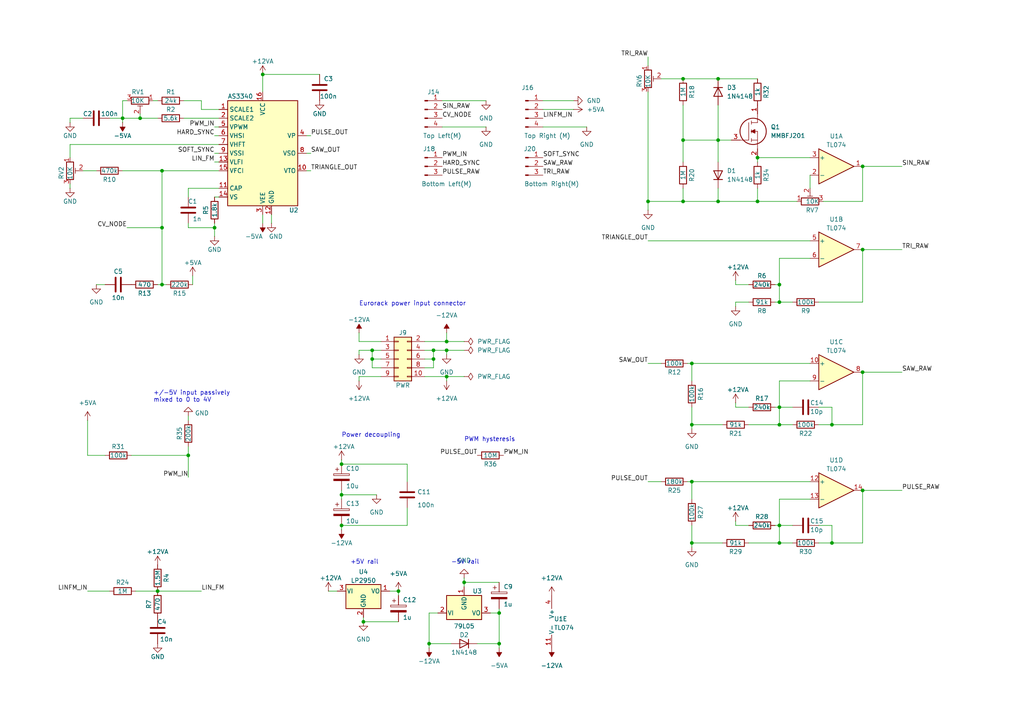
<source format=kicad_sch>
(kicad_sch (version 20250114) (generator "eeschema") (generator_version "9.0")
  (paper "A4")
  (lib_symbols
    (symbol "Amplifier_Operational:TL074" (pin_names (offset 0.127))
      (property "Reference" "U" (at 0 5.08 0))
      (property "Value" "TL074" (at 0 -5.08 0))
      (symbol "TL074_1_1"
        (pin input line (at -7.62 2.54 0) (length 2.54) (name "+") (number "3"))
        (pin input line (at -7.62 -2.54 0) (length 2.54) (name "-") (number "2"))
        (pin output line (at 7.62 0 180) (length 2.54) (name "~") (number "1"))
      )
      (symbol "TL074_2_1"
        (pin input line (at -7.62 2.54 0) (length 2.54) (name "+") (number "5"))
        (pin input line (at -7.62 -2.54 0) (length 2.54) (name "-") (number "6"))
        (pin output line (at 7.62 0 180) (length 2.54) (name "~") (number "7"))
      )
      (symbol "TL074_3_1"
        (pin input line (at -7.62 2.54 0) (length 2.54) (name "+") (number "10"))
        (pin input line (at -7.62 -2.54 0) (length 2.54) (name "-") (number "9"))
        (pin output line (at 7.62 0 180) (length 2.54) (name "~") (number "8"))
      )
      (symbol "TL074_4_1"
        (pin input line (at -7.62 2.54 0) (length 2.54) (name "+") (number "12"))
        (pin input line (at -7.62 -2.54 0) (length 2.54) (name "-") (number "13"))
        (pin output line (at 7.62 0 180) (length 2.54) (name "~") (number "14"))
      )
      (symbol "TL074_5_1"
        (pin power_in line (at -2.54 7.62 270) (length 3.81) (name "V+") (number "4"))
        (pin power_in line (at -2.54 -7.62 90) (length 3.81) (name "V-") (number "11"))
      )
    )
    (symbol "Audio:AS3340"
      (property "Reference" "U" (at -5.08 17.78 0))
      (property "Value" "AS3340" (at 5.08 17.78 0))
      (symbol "AS3340_1_1"
        (pin input line (at -12.7 12.7 0) (length 2.54) (name "SCALE1") (number "1"))
        (pin input line (at -12.7 10.16 0) (length 2.54) (name "SCALE2") (number "2"))
        (pin input line (at -12.7 7.62 0) (length 2.54) (name "VPWM") (number "5"))
        (pin input line (at -12.7 5.08 0) (length 2.54) (name "VHSI") (number "6"))
        (pin input line (at -12.7 2.54 0) (length 2.54) (name "VHFT") (number "7"))
        (pin input line (at -12.7 0 0) (length 2.54) (name "VSSI") (number "9"))
        (pin input line (at -12.7 -2.54 0) (length 2.54) (name "VLFI") (number "13"))
        (pin input line (at -12.7 -5.08 0) (length 2.54) (name "VFCI") (number "15"))
        (pin passive line (at -12.7 -10.16 0) (length 2.54) (name "CAP") (number "11"))
        (pin passive line (at -12.7 -12.7 0) (length 2.54) (name "VS") (number "14"))
        (pin power_in line (at 0 17.78 270) (length 2.54) (name "VCC") (number "16"))
        (pin power_in line (at 0 -17.78 90) (length 2.54) (name "VEE") (number "3"))
        (pin power_in line (at 2.54 -17.78 90) (length 2.54) (name "GND") (number "12"))
        (pin output line (at 12.7 5.08 180) (length 2.54) (name "VP") (number "4"))
        (pin output line (at 12.7 0 180) (length 2.54) (name "VSO") (number "8"))
        (pin output line (at 12.7 -5.08 180) (length 2.54) (name "VTO") (number "10"))
      )
    )
    (symbol "Connector:Conn_01x03_Pin" (pin_names (offset 1.016) (hide yes))
      (property "Reference" "J" (at 0 5.08 0))
      (property "Value" "Conn_01x03_Pin" (at 0 -5.08 0))
      (symbol "Conn_01x03_Pin_1_1"
        (pin passive line (at 5.08 2.54 180) (length 3.81) (name "Pin_1") (number "1"))
        (pin passive line (at 5.08 0 180) (length 3.81) (name "Pin_2") (number "2"))
        (pin passive line (at 5.08 -2.54 180) (length 3.81) (name "Pin_3") (number "3"))
      )
    )
    (symbol "Connector:Conn_01x04_Pin" (pin_names (offset 1.016) (hide yes))
      (property "Reference" "J" (at 0 5.08 0))
      (property "Value" "Conn_01x04_Pin" (at 0 -7.62 0))
      (symbol "Conn_01x04_Pin_1_1"
        (pin passive line (at 5.08 2.54 180) (length 3.81) (name "Pin_1") (number "1"))
        (pin passive line (at 5.08 0 180) (length 3.81) (name "Pin_2") (number "2"))
        (pin passive line (at 5.08 -2.54 180) (length 3.81) (name "Pin_3") (number "3"))
        (pin passive line (at 5.08 -5.08 180) (length 3.81) (name "Pin_4") (number "4"))
      )
    )
    (symbol "Connector_Generic:Conn_02x05_Odd_Even" (pin_names (offset 1.016) (hide yes))
      (property "Reference" "J" (at 1.27 7.62 0))
      (property "Value" "Conn_02x05_Odd_Even" (at 1.27 -7.62 0))
      (symbol "Conn_02x05_Odd_Even_1_1"
        (pin passive line (at -5.08 5.08 0) (length 3.81) (name "Pin_1") (number "1"))
        (pin passive line (at -5.08 2.54 0) (length 3.81) (name "Pin_3") (number "3"))
        (pin passive line (at -5.08 0 0) (length 3.81) (name "Pin_5") (number "5"))
        (pin passive line (at -5.08 -2.54 0) (length 3.81) (name "Pin_7") (number "7"))
        (pin passive line (at -5.08 -5.08 0) (length 3.81) (name "Pin_9") (number "9"))
        (pin passive line (at 7.62 5.08 180) (length 3.81) (name "Pin_2") (number "2"))
        (pin passive line (at 7.62 2.54 180) (length 3.81) (name "Pin_4") (number "4"))
        (pin passive line (at 7.62 0 180) (length 3.81) (name "Pin_6") (number "6"))
        (pin passive line (at 7.62 -2.54 180) (length 3.81) (name "Pin_8") (number "8"))
        (pin passive line (at 7.62 -5.08 180) (length 3.81) (name "Pin_10") (number "10"))
      )
    )
    (symbol "Device:C" (pin_numbers (hide yes)) (pin_names (offset 0.254))
      (property "Reference" "C" (at 0.635 2.54 0))
      (property "Value" "C" (at 0.635 -2.54 0))
      (symbol "C_1_1"
        (pin passive line (at 0 3.81 270) (length 2.794) (name "~") (number "1"))
        (pin passive line (at 0 -3.81 90) (length 2.794) (name "~") (number "2"))
      )
    )
    (symbol "Device:C_Polarized" (pin_numbers (hide yes)) (pin_names (offset 0.254))
      (property "Reference" "C" (at 0.635 2.54 0))
      (property "Value" "C_Polarized" (at 0.635 -2.54 0))
      (symbol "C_Polarized_1_1"
        (pin passive line (at 0 3.81 270) (length 2.794) (name "~") (number "1"))
        (pin passive line (at 0 -3.81 90) (length 2.794) (name "~") (number "2"))
      )
    )
    (symbol "Device:R" (pin_numbers (hide yes)) (pin_names (offset 0))
      (property "Reference" "R" (at 2.032 0 90))
      (property "Value" "R" (at 0 0 90))
      (symbol "R_1_1"
        (pin passive line (at 0 3.81 270) (length 1.27) (name "~") (number "1"))
        (pin passive line (at 0 -3.81 90) (length 1.27) (name "~") (number "2"))
      )
    )
    (symbol "Device:R_Potentiometer_Trim" (pin_names (offset 1.016) (hide yes))
      (property "Reference" "RV" (at -4.445 0 90))
      (property "Value" "R_Potentiometer_Trim" (at -2.54 0 90))
      (symbol "R_Potentiometer_Trim_1_1"
        (pin passive line (at 0 3.81 270) (length 1.27) (name "1") (number "1"))
        (pin passive line (at 0 -3.81 90) (length 1.27) (name "3") (number "3"))
        (pin passive line (at 3.81 0 180) (length 1.27) (name "2") (number "2"))
      )
    )
    (symbol "Diode:1N4148" (pin_numbers (hide yes)) (pin_names (hide yes))
      (property "Reference" "D" (at 0 2.54 0))
      (property "Value" "1N4148" (at 0 -2.54 0))
      (symbol "1N4148_1_1"
        (pin passive line (at -3.81 0 0) (length 2.54) (name "K") (number "1"))
        (pin passive line (at 3.81 0 180) (length 2.54) (name "A") (number "2"))
      )
    )
    (symbol "Regulator_Linear:L79L05_TO92" (pin_names (offset 0.254))
      (property "Reference" "U" (at -3.81 -3.175 0))
      (property "Value" "L79L05_TO92" (at 0 -3.175 0))
      (symbol "L79L05_TO92_1_1"
        (pin power_in line (at -7.62 0 0) (length 2.54) (name "VI") (number "2"))
        (pin power_in line (at 0 7.62 270) (length 2.54) (name "GND") (number "1"))
        (pin power_out line (at 7.62 0 180) (length 2.54) (name "VO") (number "3"))
      )
    )
    (symbol "Regulator_Linear:LP2950-3.0_TO92" (pin_names (offset 0.254))
      (property "Reference" "U" (at -3.81 3.175 0))
      (property "Value" "LP2950-3.0_TO92" (at 0 3.175 0))
      (symbol "LP2950-3.0_TO92_1_1"
        (pin power_in line (at -7.62 0 0) (length 2.54) (name "VI") (number "3"))
        (pin power_in line (at 0 -7.62 90) (length 2.54) (name "GND") (number "2"))
        (pin power_out line (at 7.62 0 180) (length 2.54) (name "VO") (number "1"))
      )
    )
    (symbol "cem-3340:MMBFJ201" (pin_names (offset 0.762))
      (property "Reference" "Q1" (at 10.922 3.3747 0))
      (property "Value" "MMBFJ201" (at 10.922 0.8378 0))
      (symbol "MMBFJ201_0_0"
        (pin passive line (at 0 0 0) (length 2.54) (name "~") (number "3"))
        (pin passive line (at 7.62 10.16 270) (length 2.54) (name "~") (number "1"))
        (pin passive line (at 7.62 -5.08 90) (length 2.54) (name "~") (number "2"))
      )
    )
    (symbol "power:+12VA" (power) (pin_numbers (hide yes)) (pin_names (offset 0) (hide yes))
      (property "Value" "+12VA" (at 0 3.556 0))
      (symbol "+12VA_1_1"
        (pin power_in line (at 0 0 90) (length 0) (name "~") (number "1"))
      )
    )
    (symbol "power:+5VA" (power) (pin_numbers (hide yes)) (pin_names (offset 0) (hide yes))
      (property "Value" "+5VA" (at 0 3.556 0))
      (symbol "+5VA_1_1"
        (pin power_in line (at 0 0 90) (length 0) (name "~") (number "1"))
      )
    )
    (symbol "power:-12VA" (power) (pin_numbers (hide yes)) (pin_names (offset 0) (hide yes))
      (property "Value" "-12VA" (at 0 3.556 0))
      (symbol "-12VA_0_0"
        (pin power_in line (at 0 0 90) (length 0) (name "~") (number "1"))
      )
    )
    (symbol "power:-5VA" (power) (pin_numbers (hide yes)) (pin_names (offset 0) (hide yes))
      (property "Value" "-5VA" (at 0 3.556 0))
      (symbol "-5VA_0_0"
        (pin power_in line (at 0 0 90) (length 0) (name "~") (number "1"))
      )
    )
    (symbol "power:GND" (power) (pin_numbers (hide yes)) (pin_names (offset 0) (hide yes))
      (property "Value" "GND" (at 0 -3.81 0))
      (symbol "GND_1_1"
        (pin power_in line (at 0 0 270) (length 0) (name "~") (number "1"))
      )
    )
    (symbol "power:PWR_FLAG" (power) (pin_numbers (hide yes)) (pin_names (offset 0) (hide yes))
      (property "Value" "PWR_FLAG" (at 0 3.81 0))
      (symbol "PWR_FLAG_0_0"
        (pin power_out line (at 0 0 90) (length 0) (name "~") (number "1"))
      )
    )
  )
  (text "Power decoupling" (at 99.06 127 0) (effects (font (size 1.27 1.27)) (justify left bottom)))
  (text "+/-5V input passively \nmixed to 0 to 4V" (at 44.45 116.84 0) (effects (font (size 1.27 1.27)) (justify left bottom)))
  (text "Eurorack power input connector" (at 104.14 88.9 0) (effects (font (size 1.27 1.27)) (justify left bottom)))
  (text "+5V rail\n" (at 101.6 163.83 0) (effects (font (size 1.27 1.27)) (justify left bottom)))
  (text "PWM hysteresis" (at 134.62 128.27 0) (effects (font (size 1.27 1.27)) (justify left bottom)))
  (text "-5V rail" (at 130.81 163.83 0) (effects (font (size 1.27 1.27)) (justify left bottom)))
  (junction (at 200.66 139.7))
  (junction (at 107.95 104.14))
  (junction (at 129.54 109.22))
  (junction (at 187.96 58.42))
  (junction (at 208.28 22.86))
  (junction (at 62.23 66.04))
  (junction (at 226.06 82.55))
  (junction (at 46.99 82.55))
  (junction (at 134.62 168.91))
  (junction (at 250.19 48.26))
  (junction (at 40.64 34.29))
  (junction (at 208.28 40.64))
  (junction (at 99.06 152.4))
  (junction (at 226.06 87.63))
  (junction (at 226.06 152.4))
  (junction (at 129.54 101.6))
  (junction (at 198.12 22.86))
  (junction (at 125.73 104.14))
  (junction (at 198.12 40.64))
  (junction (at 219.71 58.42))
  (junction (at 144.78 177.8))
  (junction (at 125.73 101.6))
  (junction (at 99.06 143.51))
  (junction (at 200.66 157.48))
  (junction (at 250.19 107.95))
  (junction (at 219.71 45.72))
  (junction (at 144.78 186.69))
  (junction (at 99.06 134.62))
  (junction (at 241.3 157.48))
  (junction (at 226.06 157.48))
  (junction (at 250.19 142.24))
  (junction (at 115.57 171.45))
  (junction (at 54.61 132.08))
  (junction (at 124.46 186.69))
  (junction (at 46.99 49.53))
  (junction (at 226.06 118.11))
  (junction (at 129.54 99.06))
  (junction (at 200.66 105.41))
  (junction (at 105.41 180.34))
  (junction (at 208.28 58.42))
  (junction (at 45.72 171.45))
  (junction (at 76.2 21.59))
  (junction (at 107.95 101.6))
  (junction (at 35.56 34.29))
  (junction (at 241.3 123.19))
  (junction (at 200.66 123.19))
  (junction (at 250.19 72.39))
  (junction (at 46.99 66.04))
  (junction (at 226.06 123.19))
  (junction (at 198.12 58.42))
  (wire (pts (xy 234.95 144.78) (xy 226.06 144.78)))
  (wire (pts (xy 213.36 81.28) (xy 213.36 82.55)))
  (wire (pts (xy 198.12 22.86) (xy 208.28 22.86)))
  (wire (pts (xy 241.3 157.48) (xy 250.19 157.48)))
  (wire (pts (xy 46.99 49.53) (xy 46.99 66.04)))
  (wire (pts (xy 144.78 177.8) (xy 144.78 186.69)))
  (wire (pts (xy 104.14 109.22) (xy 104.14 110.49)))
  (wire (pts (xy 157.48 31.75) (xy 166.37 31.75)))
  (wire (pts (xy 107.95 106.68) (xy 110.49 106.68)))
  (wire (pts (xy 53.34 34.29) (xy 63.5 34.29)))
  (wire (pts (xy 187.96 19.05) (xy 187.96 16.51)))
  (wire (pts (xy 44.45 29.21) (xy 45.72 29.21)))
  (wire (pts (xy 25.4 121.92) (xy 25.4 132.08)))
  (wire (pts (xy 129.54 102.87) (xy 129.54 101.6)))
  (wire (pts (xy 226.06 144.78) (xy 226.06 152.4)))
  (wire (pts (xy 187.96 69.85) (xy 234.95 69.85)))
  (wire (pts (xy 250.19 48.26) (xy 250.19 58.42)))
  (wire (pts (xy 250.19 123.19) (xy 250.19 107.95)))
  (wire (pts (xy 107.95 101.6) (xy 107.95 104.14)))
  (wire (pts (xy 46.99 66.04) (xy 46.99 82.55)))
  (wire (pts (xy 198.12 40.64) (xy 198.12 46.99)))
  (wire (pts (xy 123.19 109.22) (xy 129.54 109.22)))
  (wire (pts (xy 250.19 72.39) (xy 261.62 72.39)))
  (wire (pts (xy 40.64 34.29) (xy 45.72 34.29)))
  (wire (pts (xy 107.95 101.6) (xy 104.14 101.6)))
  (wire (pts (xy 54.61 132.08) (xy 54.61 138.43)))
  (wire (pts (xy 35.56 29.21) (xy 36.83 29.21)))
  (wire (pts (xy 250.19 142.24) (xy 250.19 157.48)))
  (wire (pts (xy 213.36 87.63) (xy 217.17 87.63)))
  (wire (pts (xy 241.3 123.19) (xy 250.19 123.19)))
  (wire (pts (xy 217.17 82.55) (xy 213.36 82.55)))
  (wire (pts (xy 62.23 46.99) (xy 63.5 46.99)))
  (wire (pts (xy 88.9 44.45) (xy 90.17 44.45)))
  (wire (pts (xy 208.28 30.48) (xy 208.28 40.64)))
  (wire (pts (xy 99.06 153.67) (xy 99.06 152.4)))
  (wire (pts (xy 200.66 157.48) (xy 200.66 158.75)))
  (wire (pts (xy 129.54 101.6) (xy 134.62 101.6)))
  (wire (pts (xy 198.12 40.64) (xy 208.28 40.64)))
  (wire (pts (xy 54.61 57.15) (xy 54.61 54.61)))
  (wire (pts (xy 226.06 118.11) (xy 229.87 118.11)))
  (wire (pts (xy 134.62 168.91) (xy 134.62 170.18)))
  (wire (pts (xy 118.11 134.62) (xy 118.11 139.7)))
  (wire (pts (xy 226.06 74.93) (xy 226.06 82.55)))
  (wire (pts (xy 110.49 99.06) (xy 104.14 99.06)))
  (wire (pts (xy 219.71 58.42) (xy 231.14 58.42)))
  (wire (pts (xy 157.48 29.21) (xy 166.37 29.21)))
  (wire (pts (xy 58.42 29.21) (xy 58.42 31.75)))
  (wire (pts (xy 88.9 49.53) (xy 90.17 49.53)))
  (wire (pts (xy 200.66 139.7) (xy 234.95 139.7)))
  (wire (pts (xy 99.06 133.35) (xy 99.06 134.62)))
  (wire (pts (xy 191.77 22.86) (xy 198.12 22.86)))
  (wire (pts (xy 129.54 109.22) (xy 134.62 109.22)))
  (wire (pts (xy 138.43 186.69) (xy 144.78 186.69)))
  (wire (pts (xy 198.12 58.42) (xy 208.28 58.42)))
  (wire (pts (xy 24.13 34.29) (xy 20.32 34.29)))
  (wire (pts (xy 226.06 152.4) (xy 229.87 152.4)))
  (wire (pts (xy 219.71 54.61) (xy 219.71 58.42)))
  (wire (pts (xy 187.96 26.67) (xy 187.96 58.42)))
  (wire (pts (xy 200.66 139.7) (xy 200.66 144.78)))
  (wire (pts (xy 250.19 107.95) (xy 261.62 107.95)))
  (wire (pts (xy 198.12 30.48) (xy 198.12 40.64)))
  (wire (pts (xy 129.54 99.06) (xy 134.62 99.06)))
  (wire (pts (xy 226.06 157.48) (xy 229.87 157.48)))
  (wire (pts (xy 78.74 64.77) (xy 78.74 62.23)))
  (wire (pts (xy 125.73 106.68) (xy 125.73 104.14)))
  (wire (pts (xy 208.28 40.64) (xy 212.09 40.64)))
  (wire (pts (xy 200.66 152.4) (xy 200.66 157.48)))
  (wire (pts (xy 224.79 118.11) (xy 226.06 118.11)))
  (wire (pts (xy 99.06 152.4) (xy 118.11 152.4)))
  (wire (pts (xy 62.23 36.83) (xy 63.5 36.83)))
  (wire (pts (xy 104.14 101.6) (xy 104.14 102.87)))
  (wire (pts (xy 226.06 87.63) (xy 224.79 87.63)))
  (wire (pts (xy 237.49 87.63) (xy 250.19 87.63)))
  (wire (pts (xy 35.56 34.29) (xy 40.64 34.29)))
  (wire (pts (xy 226.06 110.49) (xy 234.95 110.49)))
  (wire (pts (xy 129.54 101.6) (xy 125.73 101.6)))
  (wire (pts (xy 54.61 54.61) (xy 63.5 54.61)))
  (wire (pts (xy 250.19 142.24) (xy 261.62 142.24)))
  (wire (pts (xy 226.06 110.49) (xy 226.06 118.11)))
  (wire (pts (xy 144.78 177.8) (xy 142.24 177.8)))
  (wire (pts (xy 46.99 82.55) (xy 45.72 82.55)))
  (wire (pts (xy 250.19 48.26) (xy 261.62 48.26)))
  (wire (pts (xy 187.96 139.7) (xy 191.77 139.7)))
  (wire (pts (xy 226.06 87.63) (xy 229.87 87.63)))
  (wire (pts (xy 24.13 49.53) (xy 27.94 49.53)))
  (wire (pts (xy 76.2 21.59) (xy 76.2 26.67)))
  (wire (pts (xy 88.9 39.37) (xy 90.17 39.37)))
  (wire (pts (xy 129.54 96.52) (xy 129.54 99.06)))
  (wire (pts (xy 54.61 66.04) (xy 62.23 66.04)))
  (wire (pts (xy 241.3 157.48) (xy 237.49 157.48)))
  (wire (pts (xy 129.54 109.22) (xy 129.54 110.49)))
  (wire (pts (xy 226.06 118.11) (xy 226.06 123.19)))
  (wire (pts (xy 208.28 40.64) (xy 208.28 46.99)))
  (wire (pts (xy 128.27 36.83) (xy 140.97 36.83)))
  (wire (pts (xy 40.64 34.29) (xy 40.64 33.02)))
  (wire (pts (xy 124.46 177.8) (xy 124.46 186.69)))
  (wire (pts (xy 113.03 171.45) (xy 115.57 171.45)))
  (wire (pts (xy 208.28 54.61) (xy 208.28 58.42)))
  (wire (pts (xy 20.32 41.91) (xy 20.32 45.72)))
  (wire (pts (xy 219.71 46.99) (xy 219.71 45.72)))
  (wire (pts (xy 110.49 104.14) (xy 107.95 104.14)))
  (wire (pts (xy 54.61 120.65) (xy 54.61 121.92)))
  (wire (pts (xy 226.06 82.55) (xy 226.06 87.63)))
  (wire (pts (xy 200.66 123.19) (xy 200.66 124.46)))
  (wire (pts (xy 115.57 171.45) (xy 115.57 172.72)))
  (wire (pts (xy 107.95 104.14) (xy 107.95 106.68)))
  (wire (pts (xy 237.49 152.4) (xy 241.3 152.4)))
  (wire (pts (xy 99.06 143.51) (xy 99.06 142.24)))
  (wire (pts (xy 226.06 74.93) (xy 234.95 74.93)))
  (wire (pts (xy 105.41 179.07) (xy 105.41 180.34)))
  (wire (pts (xy 157.48 36.83) (xy 170.18 36.83)))
  (wire (pts (xy 241.3 118.11) (xy 241.3 123.19)))
  (wire (pts (xy 63.5 57.15) (xy 62.23 57.15)))
  (wire (pts (xy 219.71 45.72) (xy 234.95 45.72)))
  (wire (pts (xy 38.1 132.08) (xy 54.61 132.08)))
  (wire (pts (xy 124.46 186.69) (xy 124.46 187.96)))
  (wire (pts (xy 187.96 58.42) (xy 187.96 60.96)))
  (wire (pts (xy 31.75 34.29) (xy 35.56 34.29)))
  (wire (pts (xy 30.48 132.08) (xy 25.4 132.08)))
  (wire (pts (xy 124.46 186.69) (xy 130.81 186.69)))
  (wire (pts (xy 226.06 152.4) (xy 226.06 157.48)))
  (wire (pts (xy 125.73 104.14) (xy 125.73 101.6)))
  (wire (pts (xy 213.36 87.63) (xy 213.36 88.9)))
  (wire (pts (xy 20.32 41.91) (xy 63.5 41.91)))
  (wire (pts (xy 144.78 186.69) (xy 144.78 187.96)))
  (wire (pts (xy 224.79 152.4) (xy 226.06 152.4)))
  (wire (pts (xy 35.56 35.56) (xy 35.56 34.29)))
  (wire (pts (xy 62.23 66.04) (xy 62.23 64.77)))
  (wire (pts (xy 129.54 99.06) (xy 123.19 99.06)))
  (wire (pts (xy 123.19 101.6) (xy 125.73 101.6)))
  (wire (pts (xy 200.66 157.48) (xy 209.55 157.48)))
  (wire (pts (xy 110.49 101.6) (xy 107.95 101.6)))
  (wire (pts (xy 234.95 50.8) (xy 234.95 54.61)))
  (wire (pts (xy 105.41 180.34) (xy 115.57 180.34)))
  (wire (pts (xy 241.3 123.19) (xy 237.49 123.19)))
  (wire (pts (xy 20.32 53.34) (xy 20.32 54.61)))
  (wire (pts (xy 199.39 139.7) (xy 200.66 139.7)))
  (wire (pts (xy 187.96 105.41) (xy 191.77 105.41)))
  (wire (pts (xy 144.78 176.53) (xy 144.78 177.8)))
  (wire (pts (xy 217.17 152.4) (xy 213.36 152.4)))
  (wire (pts (xy 208.28 58.42) (xy 219.71 58.42)))
  (wire (pts (xy 127 177.8) (xy 124.46 177.8)))
  (wire (pts (xy 36.83 66.04) (xy 46.99 66.04)))
  (wire (pts (xy 134.62 168.91) (xy 144.78 168.91)))
  (wire (pts (xy 224.79 82.55) (xy 226.06 82.55)))
  (wire (pts (xy 237.49 118.11) (xy 241.3 118.11)))
  (wire (pts (xy 198.12 54.61) (xy 198.12 58.42)))
  (wire (pts (xy 200.66 123.19) (xy 209.55 123.19)))
  (wire (pts (xy 35.56 49.53) (xy 46.99 49.53)))
  (wire (pts (xy 104.14 99.06) (xy 104.14 96.52)))
  (wire (pts (xy 208.28 22.86) (xy 219.71 22.86)))
  (wire (pts (xy 200.66 105.41) (xy 234.95 105.41)))
  (wire (pts (xy 62.23 39.37) (xy 63.5 39.37)))
  (wire (pts (xy 58.42 29.21) (xy 53.34 29.21)))
  (wire (pts (xy 226.06 157.48) (xy 217.17 157.48)))
  (wire (pts (xy 187.96 58.42) (xy 198.12 58.42)))
  (wire (pts (xy 134.62 167.64) (xy 134.62 168.91)))
  (wire (pts (xy 35.56 29.21) (xy 35.56 34.29)))
  (wire (pts (xy 226.06 123.19) (xy 229.87 123.19)))
  (wire (pts (xy 110.49 109.22) (xy 104.14 109.22)))
  (wire (pts (xy 62.23 68.58) (xy 62.23 66.04)))
  (wire (pts (xy 62.23 44.45) (xy 63.5 44.45)))
  (wire (pts (xy 54.61 129.54) (xy 54.61 132.08)))
  (wire (pts (xy 76.2 21.59) (xy 92.71 21.59)))
  (wire (pts (xy 123.19 104.14) (xy 125.73 104.14)))
  (wire (pts (xy 39.37 171.45) (xy 45.72 171.45)))
  (wire (pts (xy 213.36 116.84) (xy 213.36 118.11)))
  (wire (pts (xy 46.99 49.53) (xy 63.5 49.53)))
  (wire (pts (xy 118.11 147.32) (xy 118.11 152.4)))
  (wire (pts (xy 58.42 31.75) (xy 63.5 31.75)))
  (wire (pts (xy 54.61 66.04) (xy 54.61 64.77)))
  (wire (pts (xy 95.25 171.45) (xy 97.79 171.45)))
  (wire (pts (xy 226.06 123.19) (xy 217.17 123.19)))
  (wire (pts (xy 200.66 105.41) (xy 200.66 110.49)))
  (wire (pts (xy 55.88 80.01) (xy 55.88 82.55)))
  (wire (pts (xy 109.22 143.51) (xy 99.06 143.51)))
  (wire (pts (xy 27.94 82.55) (xy 30.48 82.55)))
  (wire (pts (xy 213.36 151.13) (xy 213.36 152.4)))
  (wire (pts (xy 99.06 134.62) (xy 118.11 134.62)))
  (wire (pts (xy 99.06 143.51) (xy 99.06 144.78)))
  (wire (pts (xy 20.32 34.29) (xy 20.32 35.56)))
  (wire (pts (xy 48.26 82.55) (xy 46.99 82.55)))
  (wire (pts (xy 123.19 106.68) (xy 125.73 106.68)))
  (wire (pts (xy 199.39 105.41) (xy 200.66 105.41)))
  (wire (pts (xy 200.66 118.11) (xy 200.66 123.19)))
  (wire (pts (xy 31.75 171.45) (xy 25.4 171.45)))
  (wire (pts (xy 241.3 152.4) (xy 241.3 157.48)))
  (wire (pts (xy 238.76 58.42) (xy 250.19 58.42)))
  (wire (pts (xy 45.72 171.45) (xy 58.42 171.45)))
  (wire (pts (xy 128.27 29.21) (xy 140.97 29.21)))
  (wire (pts (xy 217.17 118.11) (xy 213.36 118.11)))
  (wire (pts (xy 250.19 87.63) (xy 250.19 72.39)))
  (wire (pts (xy 76.2 62.23) (xy 76.2 64.77)))
  (label "PULSE_OUT" (at 90.17 39.37 0))
  (label "CV_NODE" (at 128.27 34.29 0))
  (label "PWM_IN" (at 62.23 36.83 180))
  (label "SOFT_SYNC" (at 157.48 45.72 0))
  (label "LIN_FM" (at 58.42 171.45 0))
  (label "TRI_RAW" (at 187.96 16.51 180))
  (label "TRIANGLE_OUT" (at 187.96 69.85 180))
  (label "SAW_OUT" (at 187.96 105.41 180))
  (label "CV_NODE" (at 36.83 66.04 180))
  (label "PWM_IN" (at 128.27 45.72 0))
  (label "PULSE_RAW" (at 261.62 142.24 0))
  (label "PWM_IN" (at 54.61 138.43 180))
  (label "SIN_RAW" (at 128.27 31.75 0))
  (label "PULSE_RAW" (at 128.27 50.8 0))
  (label "PULSE_OUT" (at 138.43 132.08 180))
  (label "SIN_RAW" (at 261.62 48.26 0))
  (label "LINFM_IN" (at 157.48 34.29 0))
  (label "HARD_SYNC" (at 128.27 48.26 0))
  (label "PULSE_OUT" (at 187.96 139.7 180))
  (label "LIN_FM" (at 62.23 46.99 180))
  (label "PWM_IN" (at 146.05 132.08 0))
  (label "TRIANGLE_OUT" (at 90.17 49.53 0))
  (label "TRI_RAW" (at 261.62 72.39 0))
  (label "SAW_RAW" (at 261.62 107.95 0))
  (label "SAW_OUT" (at 90.17 44.45 0))
  (label "LINFM_IN" (at 25.4 171.45 180))
  (label "SOFT_SYNC" (at 62.23 44.45 180))
  (label "HARD_SYNC" (at 62.23 39.37 180))
  (label "SAW_RAW" (at 157.48 48.26 0))
  (label "TRI_RAW" (at 157.48 50.8 0))
  (symbol (lib_id "power:GND") (at 105.41 180.34 0) (unit 1)
    (property "Reference" "#PWR0104" (effects (hide yes)))
    (property "Value" "GND" (at 105.41 185.42 0))
    (property "Description" "Power symbol creates a global label with name \"GND\" , ground" (effects (hide yes)))
  )
  (symbol (lib_id "Device:R") (at 52.07 82.55 90) (unit 1)
    (property "Reference" "R15" (at 52.07 85.09 90))
    (property "Value" "220k" (at 52.07 82.55 90))
    (property "Footprint" "Resistor_THT:R_Axial_DIN0207_L6.3mm_D2.5mm_P7.62mm_Horizontal" (effects (hide yes)))
  )
  (symbol (lib_id "Regulator_Linear:L79L05_TO92") (at 134.62 177.8 0) (unit 1)
    (property "Reference" "U3" (at 138.43 171.45 0))
    (property "Value" "79L05" (at 134.62 181.61 0))
    (property "Footprint" "Package_TO_SOT_THT:TO-92_Inline" (effects (hide yes)))
    (property "Datasheet" "http://www.farnell.com/datasheets/1827870.pdf" (effects (hide yes)))
  )
  (symbol (lib_id "power:GND") (at 45.72 186.69 0) (unit 1)
    (property "Reference" "#PWR0135" (effects (hide yes)))
    (property "Value" "GND" (at 45.72 190.5 0))
    (property "Description" "Power symbol creates a global label with name \"GND\" , ground" (effects (hide yes)))
  )
  (symbol (lib_id "Device:C") (at 54.61 60.96 0) (unit 1)
    (property "Reference" "C1" (at 55.88 58.42 0))
    (property "Value" "1n" (at 57.15 63.5 0))
    (property "Footprint" "Capacitor_THT:C_Rect_L4.6mm_W2.0mm_P2.50mm_MKS02_FKP02" (effects (hide yes)))
  )
  (symbol (lib_id "power:GND") (at 140.97 29.21 0) (unit 1)
    (property "Reference" "#PWR0120" (effects (hide yes)))
    (property "Value" "GND" (at 140.97 34.29 0))
    (property "Description" "Power symbol creates a global label with name \"GND\" , ground" (effects (hide yes)))
  )
  (symbol (lib_id "Connector:Conn_01x03_Pin") (at 123.19 48.26 0) (unit 1)
    (property "Reference" "J18" (at 124.46 43.18 0))
    (property "Value" "Bottom Left(M)" (at 129.54 53.34 0))
    (property "Footprint" "Connector_PinHeader_2.54mm:PinHeader_1x03_P2.54mm_Vertical" (effects (hide yes)))
    (property "Description" "Generic connector, single row, 01x03, script generated" (effects (hide yes)))
  )
  (symbol (lib_id "Device:C") (at 27.94 34.29 90) (unit 1)
    (property "Reference" "C2" (at 25.4 33.02 90))
    (property "Value" "100n" (at 31.75 33.02 90))
    (property "Footprint" "Capacitor_THT:C_Rect_L4.6mm_W3.0mm_P2.50mm_MKS02_FKP02" (effects (hide yes)))
  )
  (symbol (lib_id "power:+12VA") (at 160.02 172.72 0) (unit 1)
    (property "Reference" "#PWR0141" (effects (hide yes)))
    (property "Value" "+12VA" (at 160.02 167.64 0))
    (property "Description" "Power symbol creates a global label with name \"+12VA\"" (effects (hide yes)))
  )
  (symbol (lib_id "Diode:1N4148") (at 208.28 50.8 90) (unit 1)
    (property "Reference" "D1" (at 210.82 49.5299 90) (effects (justify right)))
    (property "Value" "1N4148" (at 210.82 52.0699 90) (effects (justify right)))
    (property "Footprint" "Diode_THT:D_DO-35_SOD27_P7.62mm_Horizontal" (effects (hide yes)))
    (property "Datasheet" "https://assets.nexperia.com/documents/data-sheet/1N4148_1N4448.pdf" (effects (hide yes)))
    (property "Description" "100V 0.15A standard switching diode, DO-35" (effects (hide yes)))
    (property "Sim.Device" "D" (effects (hide yes)))
    (property "Sim.Pins" "1=K 2=A" (effects (hide yes)))
  )
  (symbol (lib_id "power:GND") (at 104.14 102.87 0) (unit 1)
    (property "Reference" "#PWR0110" (effects (hide yes)))
    (property "Value" "GND" (at 104.14 107.95 0))
    (property "Description" "Power symbol creates a global label with name \"GND\" , ground" (effects (hide yes)))
  )
  (symbol (lib_id "Device:C") (at 34.29 82.55 270) (unit 1)
    (property "Reference" "C5" (at 34.29 78.74 90))
    (property "Value" "10n" (at 34.29 86.36 90))
    (property "Footprint" "Capacitor_THT:C_Rect_L4.6mm_W3.0mm_P2.50mm_MKS02_FKP02" (effects (hide yes)))
  )
  (symbol (lib_id "power:-12VA") (at 99.06 153.67 180) (unit 1)
    (property "Reference" "#PWR0101" (effects (hide yes)))
    (property "Value" "-12VA" (at 99.06 157.48 0))
    (property "Description" "Power symbol creates a global label with name \"-12VA\"" (effects (hide yes)))
  )
  (symbol (lib_id "power:+5VA") (at 25.4 121.92 0) (unit 1)
    (property "Reference" "#PWR0108" (effects (hide yes)))
    (property "Value" "+5VA" (at 25.4 116.84 0))
    (property "Description" "Power symbol creates a global label with name \"+5VA\"" (effects (hide yes)))
  )
  (symbol (lib_id "Amplifier_Operational:TL074") (at 242.57 72.39 0) (unit 2)
    (property "Reference" "U1" (at 242.57 63.6102 0))
    (property "Value" "TL074" (at 242.57 66.1471 0))
    (property "Footprint" "Package_DIP:DIP-14_W7.62mm_LongPads" (effects (hide yes)))
    (property "Datasheet" "http://www.ti.com/lit/ds/symlink/tl071.pdf" (effects (hide yes)))
  )
  (symbol (lib_id "Device:R") (at 31.75 49.53 90) (unit 1)
    (property "Reference" "R10" (at 31.75 52.07 90))
    (property "Value" "470k" (at 31.75 49.53 90))
    (property "Footprint" "Resistor_THT:R_Axial_DIN0207_L6.3mm_D2.5mm_P7.62mm_Horizontal" (effects (hide yes)))
  )
  (symbol (lib_id "Device:R") (at 219.71 50.8 0) (unit 1)
    (property "Reference" "R34" (at 222.25 50.8 90))
    (property "Value" "1k" (at 219.71 50.8 90))
    (property "Footprint" "Resistor_THT:R_Axial_DIN0207_L6.3mm_D2.5mm_P7.62mm_Horizontal" (effects (hide yes)))
  )
  (symbol (lib_id "Device:R") (at 233.68 87.63 270) (unit 1)
    (property "Reference" "R9" (at 233.68 90.17 90))
    (property "Value" "100k" (at 233.68 87.63 90))
    (property "Footprint" "Resistor_THT:R_Axial_DIN0207_L6.3mm_D2.5mm_P7.62mm_Horizontal" (effects (hide yes)))
  )
  (symbol (lib_id "Device:R") (at 220.98 87.63 90) (unit 1)
    (property "Reference" "R8" (at 220.98 90.17 90))
    (property "Value" "91k" (at 220.98 87.63 90))
    (property "Footprint" "Resistor_THT:R_Axial_DIN0207_L6.3mm_D2.5mm_P7.62mm_Horizontal" (effects (hide yes)))
  )
  (symbol (lib_id "power:GND") (at 213.36 88.9 0) (unit 1)
    (property "Reference" "#PWR0148" (effects (hide yes)))
    (property "Value" "GND" (at 213.36 93.98 0))
    (property "Description" "Power symbol creates a global label with name \"GND\" , ground" (effects (hide yes)))
  )
  (symbol (lib_id "Amplifier_Operational:TL074") (at 242.57 107.95 0) (unit 3)
    (property "Reference" "U1" (at 242.57 99.1702 0))
    (property "Value" "TL074" (at 242.57 101.7071 0))
    (property "Footprint" "Package_DIP:DIP-14_W7.62mm_LongPads" (effects (hide yes)))
    (property "Datasheet" "http://www.ti.com/lit/ds/symlink/tl071.pdf" (effects (hide yes)))
  )
  (symbol (lib_id "Connector_Generic:Conn_02x05_Odd_Even") (at 115.57 104.14 0) (unit 1)
    (property "Reference" "J9" (at 116.84 96.52 0))
    (property "Value" "PWR" (at 116.84 111.76 0))
    (property "Footprint" "Eurorack Common:SHDR10W50P254_2X5_2020X850X920P" (effects (hide yes)))
    (property "Description" "Generic connector, double row, 02x05, odd/even pin numbering scheme (row 1 odd numbers, row 2 even numbers), script generated (kicad-library-utils/schlib/autogen/connector/)" (effects (hide yes)))
  )
  (symbol (lib_id "cem-3340:MMBFJ201") (at 212.09 40.64 0) (unit 1)
    (property "Reference" "Q1" (at 223.52 36.8299 0) (effects (justify left)))
    (property "Value" "MMBFJ201" (at 223.52 39.3699 0) (effects (justify left)))
    (property "Footprint" "Package_TO_SOT_SMD:SOT-23_Handsoldering" (effects (hide yes)))
    (property "Datasheet" "http://www.onsemi.com/pub/Collateral/MMBFJ202-D.pdf" (effects (hide yes)))
    (property "Description" "N-Channel General Purpose Amplifier" (effects (hide yes)))
    (property "Height" "1.2" (effects (hide yes)))
    (property "Mouser Part Number" "512-MMBFJ201" (effects (hide yes)))
    (property "Mouser Price/Stock" "https://www.mouser.co.uk/ProductDetail/ON-Semiconductor-Fairchild/MMBFJ201?qs=ljbEvF4DwONpFpdsobl6fQ%3D%3D" (effects (hide yes)))
    (property "Manufacturer_Name" "onsemi" (effects (hide yes)))
    (property "Manufacturer_Part_Number" "MMBFJ201" (effects (hide yes)))
  )
  (symbol (lib_id "Device:R") (at 219.71 26.67 0) (unit 1)
    (property "Reference" "R32" (at 222.25 26.67 90))
    (property "Value" "1k" (at 219.71 26.67 90))
    (property "Footprint" "Resistor_THT:R_Axial_DIN0207_L6.3mm_D2.5mm_P7.62mm_Horizontal" (effects (hide yes)))
  )
  (symbol (lib_id "Device:R") (at 49.53 29.21 90) (unit 1)
    (property "Reference" "R1" (at 49.53 26.67 90))
    (property "Value" "24k" (at 49.53 29.21 90))
    (property "Footprint" "Resistor_THT:R_Axial_DIN0207_L6.3mm_D2.5mm_P7.62mm_Horizontal" (effects (hide yes)))
  )
  (symbol (lib_id "power:+12VA") (at 213.36 151.13 0) (unit 1)
    (property "Reference" "#PWR0145" (effects (hide yes)))
    (property "Value" "+12VA" (at 210.82 147.32 0) (effects (justify left)))
    (property "Description" "Power symbol creates a global label with name \"+12VA\"" (effects (hide yes)))
  )
  (symbol (lib_id "Device:R_Potentiometer_Trim") (at 40.64 29.21 270) (unit 1)
    (property "Reference" "RV1" (at 41.91 26.67 90) (effects (justify right)))
    (property "Value" "10K" (at 41.91 29.21 90) (effects (justify right)))
    (property "Footprint" "Potentiometer_THT:Potentiometer_Bourns_3296W_Vertical" (effects (hide yes)))
  )
  (symbol (lib_id "Device:R") (at 45.72 167.64 180) (unit 1)
    (property "Reference" "R4" (at 48.26 167.64 90))
    (property "Value" "1.5M" (at 45.72 167.64 90))
    (property "Footprint" "Resistor_THT:R_Axial_DIN0207_L6.3mm_D2.5mm_P7.62mm_Horizontal" (effects (hide yes)))
  )
  (symbol (lib_id "Device:R") (at 213.36 157.48 90) (unit 1)
    (property "Reference" "R29" (at 213.36 160.02 90))
    (property "Value" "91k" (at 213.36 157.48 90))
    (property "Footprint" "Resistor_THT:R_Axial_DIN0207_L6.3mm_D2.5mm_P7.62mm_Horizontal" (effects (hide yes)))
  )
  (symbol (lib_id "power:GND") (at 134.62 167.64 180) (unit 1)
    (property "Reference" "#PWR0114" (effects (hide yes)))
    (property "Value" "GND" (at 134.62 162.56 0))
    (property "Description" "Power symbol creates a global label with name \"GND\" , ground" (effects (hide yes)))
  )
  (symbol (lib_id "Device:R") (at 142.24 132.08 90) (unit 1)
    (property "Reference" "R36" (at 142.24 134.62 90))
    (property "Value" "10M" (at 142.24 132.08 90))
    (property "Footprint" "Resistor_THT:R_Axial_DIN0207_L6.3mm_D2.5mm_P7.62mm_Horizontal" (effects (hide yes)))
  )
  (symbol (lib_id "Device:R") (at 49.53 34.29 90) (unit 1)
    (property "Reference" "R2" (at 49.53 31.75 90))
    (property "Value" "5.6k" (at 49.53 34.29 90))
    (property "Footprint" "Resistor_THT:R_Axial_DIN0207_L6.3mm_D2.5mm_P7.62mm_Horizontal" (effects (hide yes)))
  )
  (symbol (lib_id "Diode:1N4148") (at 208.28 26.67 270) (unit 1)
    (property "Reference" "D3" (at 210.82 25.3999 90) (effects (justify left)))
    (property "Value" "1N4148" (at 210.82 27.9399 90) (effects (justify left)))
    (property "Footprint" "Diode_THT:D_DO-35_SOD27_P7.62mm_Horizontal" (effects (hide yes)))
    (property "Datasheet" "https://assets.nexperia.com/documents/data-sheet/1N4148_1N4448.pdf" (effects (hide yes)))
    (property "Description" "100V 0.15A standard switching diode, DO-35" (effects (hide yes)))
    (property "Sim.Device" "D" (effects (hide yes)))
    (property "Sim.Pins" "1=K 2=A" (effects (hide yes)))
  )
  (symbol (lib_id "power:+12VA") (at 104.14 110.49 180) (unit 1)
    (property "Reference" "#PWR0111" (effects (hide yes)))
    (property "Value" "+12VA" (at 104.14 115.57 0))
    (property "Description" "Power symbol creates a global label with name \"+12VA\"" (effects (hide yes)))
  )
  (symbol (lib_id "power:+12VA") (at 213.36 81.28 0) (unit 1)
    (property "Reference" "#PWR0149" (effects (hide yes)))
    (property "Value" "+12VA" (at 210.82 77.47 0) (effects (justify left)))
    (property "Description" "Power symbol creates a global label with name \"+12VA\"" (effects (hide yes)))
  )
  (symbol (lib_id "Device:R") (at 41.91 82.55 90) (unit 1)
    (property "Reference" "R13" (at 41.91 85.09 90))
    (property "Value" "470" (at 41.91 82.55 90))
    (property "Footprint" "Resistor_THT:R_Axial_DIN0207_L6.3mm_D2.5mm_P7.62mm_Horizontal" (effects (hide yes)))
  )
  (symbol (lib_id "power:GND") (at 166.37 29.21 90) (unit 1)
    (property "Reference" "#PWR0122" (effects (hide yes)))
    (property "Value" "GND" (at 170.18 29.2099 90) (effects (justify right)))
    (property "Description" "Power symbol creates a global label with name \"GND\" , ground" (effects (hide yes)))
  )
  (symbol (lib_id "power:GND") (at 187.96 60.96 0) (unit 1)
    (property "Reference" "#PWR0152" (effects (hide yes)))
    (property "Value" "GND" (at 187.96 66.04 0))
    (property "Description" "Power symbol creates a global label with name \"GND\" , ground" (effects (hide yes)))
  )
  (symbol (lib_id "Device:C") (at 118.11 143.51 0) (unit 1)
    (property "Reference" "C11" (at 121.031 142.6753 0) (effects (justify left)))
    (property "Value" "100n" (at 121.031 146.4822 0) (effects (justify left)))
    (property "Footprint" "Capacitor_THT:C_Rect_L4.6mm_W3.0mm_P2.50mm_MKS02_FKP02" (effects (hide yes)))
  )
  (symbol (lib_id "Device:R") (at 200.66 148.59 180) (unit 1)
    (property "Reference" "R27" (at 203.2 148.59 90))
    (property "Value" "100k" (at 200.66 148.59 90))
    (property "Footprint" "Resistor_THT:R_Axial_DIN0207_L6.3mm_D2.5mm_P7.62mm_Horizontal" (effects (hide yes)))
  )
  (symbol (lib_id "Device:R_Potentiometer_Trim") (at 20.32 49.53 0) (unit 1)
    (property "Reference" "RV2" (at 17.78 48.26 90) (effects (justify right)))
    (property "Value" "10K" (at 20.32 48.26 90) (effects (justify right)))
    (property "Footprint" "Potentiometer_THT:Potentiometer_Bourns_3296W_Vertical" (effects (hide yes)))
  )
  (symbol (lib_id "power:GND") (at 54.61 120.65 180) (unit 1)
    (property "Reference" "#PWR0127" (effects (hide yes)))
    (property "Value" "GND" (at 56.515 119.8138 0) (effects (justify right)))
    (property "Description" "Power symbol creates a global label with name \"GND\" , ground" (effects (hide yes)))
  )
  (symbol (lib_id "Regulator_Linear:LP2950-3.0_TO92") (at 105.41 171.45 0) (unit 1)
    (property "Reference" "U4" (at 105.41 165.8452 0))
    (property "Value" "LP2950" (at 105.41 168.3821 0))
    (property "Footprint" "Package_TO_SOT_THT:TO-92_Inline" (effects (hide yes)))
    (property "Datasheet" "http://www.ti.com/lit/ds/symlink/lp2950.pdf" (effects (hide yes)))
  )
  (symbol (lib_id "Amplifier_Operational:TL074") (at 242.57 142.24 0) (unit 4)
    (property "Reference" "U1" (at 242.57 133.4602 0))
    (property "Value" "TL074" (at 242.57 135.9971 0))
    (property "Footprint" "Package_DIP:DIP-14_W7.62mm_LongPads" (effects (hide yes)))
    (property "Datasheet" "http://www.ti.com/lit/ds/symlink/tl071.pdf" (effects (hide yes)))
  )
  (symbol (lib_id "Device:R") (at 35.56 171.45 90) (unit 1)
    (property "Reference" "R24" (at 35.56 168.91 90))
    (property "Value" "1M" (at 35.56 171.45 90))
    (property "Footprint" "Resistor_THT:R_Axial_DIN0207_L6.3mm_D2.5mm_P7.62mm_Horizontal" (effects (hide yes)))
  )
  (symbol (lib_id "power:GND") (at 20.32 54.61 0) (unit 1)
    (property "Reference" "#PWR0118" (effects (hide yes)))
    (property "Value" "GND" (at 20.32 58.42 0))
    (property "Description" "Power symbol creates a global label with name \"GND\" , ground" (effects (hide yes)))
  )
  (symbol (lib_id "Device:R") (at 198.12 26.67 0) (unit 1)
    (property "Reference" "R18" (at 200.66 26.67 90))
    (property "Value" "1M" (at 198.12 26.67 90))
    (property "Footprint" "Resistor_THT:R_Axial_DIN0207_L6.3mm_D2.5mm_P7.62mm_Horizontal" (effects (hide yes)))
  )
  (symbol (lib_id "power:-12VA") (at 104.14 96.52 0) (unit 1)
    (property "Reference" "#PWR0109" (effects (hide yes)))
    (property "Value" "-12VA" (at 104.14 92.71 0))
    (property "Description" "Power symbol creates a global label with name \"-12VA\"" (effects (hide yes)))
  )
  (symbol (lib_id "Device:R") (at 220.98 152.4 270) (unit 1)
    (property "Reference" "R28" (at 220.98 149.86 90))
    (property "Value" "240k" (at 220.98 152.4 90))
    (property "Footprint" "Resistor_THT:R_Axial_DIN0207_L6.3mm_D2.5mm_P7.62mm_Horizontal" (effects (hide yes)))
  )
  (symbol (lib_id "Device:R") (at 198.12 50.8 0) (unit 1)
    (property "Reference" "R20" (at 200.66 50.8 90))
    (property "Value" "1M" (at 198.12 50.8 90))
    (property "Footprint" "Resistor_THT:R_Axial_DIN0207_L6.3mm_D2.5mm_P7.62mm_Horizontal" (effects (hide yes)))
  )
  (symbol (lib_id "Device:C_Polarized") (at 99.06 138.43 0) (unit 1)
    (property "Reference" "C10" (at 100.33 135.89 0) (effects (justify left)))
    (property "Value" "10u" (at 100.33 140.97 0) (effects (justify left)))
    (property "Footprint" "Capacitor_THT:CP_Radial_D5.0mm_P2.00mm" (effects (hide yes)))
  )
  (symbol (lib_id "power:GND") (at 200.66 124.46 0) (unit 1)
    (property "Reference" "#PWR0146" (effects (hide yes)))
    (property "Value" "GND" (at 200.66 129.54 0))
    (property "Description" "Power symbol creates a global label with name \"GND\" , ground" (effects (hide yes)))
  )
  (symbol (lib_id "Device:R") (at 220.98 118.11 270) (unit 1)
    (property "Reference" "R17" (at 220.98 115.57 90))
    (property "Value" "240k" (at 220.98 118.11 90))
    (property "Footprint" "Resistor_THT:R_Axial_DIN0207_L6.3mm_D2.5mm_P7.62mm_Horizontal" (effects (hide yes)))
  )
  (symbol (lib_id "Device:C") (at 233.68 152.4 90) (unit 1)
    (property "Reference" "C15" (at 234.95 151.13 90) (effects (justify right)))
    (property "Value" "10p" (at 234.95 153.67 90) (effects (justify right)))
    (property "Footprint" "Capacitor_THT:C_Rect_L4.0mm_W2.5mm_P2.50mm" (effects (hide yes)))
  )
  (symbol (lib_id "power:+5VA") (at 55.88 80.01 0) (unit 1)
    (property "Reference" "#PWR0126" (effects (hide yes)))
    (property "Value" "+5VA" (at 53.34 76.2 0) (effects (justify left)))
    (property "Description" "Power symbol creates a global label with name \"+5VA\"" (effects (hide yes)))
  )
  (symbol (lib_id "power:PWR_FLAG") (at 134.62 101.6 270) (unit 1)
    (property "Reference" "#FLG0101" (effects (hide yes)))
    (property "Value" "PWR_FLAG" (at 138.43 101.5999 90) (effects (justify left)))
    (property "Description" "Special symbol for telling ERC where power comes from" (effects (hide yes)))
  )
  (symbol (lib_id "power:+12VA") (at 95.25 171.45 0) (unit 1)
    (property "Reference" "#PWR0102" (effects (hide yes)))
    (property "Value" "+12VA" (at 92.71 167.64 0) (effects (justify left)))
    (property "Description" "Power symbol creates a global label with name \"+12VA\"" (effects (hide yes)))
  )
  (symbol (lib_id "Diode:1N4148") (at 134.62 186.69 180) (unit 1)
    (property "Reference" "D2" (at 134.62 184.15 0))
    (property "Value" "1N4148" (at 134.62 189.23 0))
    (property "Footprint" "Diode_THT:D_DO-35_SOD27_P7.62mm_Horizontal" (effects (hide yes)))
    (property "Datasheet" "https://assets.nexperia.com/documents/data-sheet/1N4148_1N4448.pdf" (effects (hide yes)))
    (property "Description" "100V 0.15A standard switching diode, DO-35" (effects (hide yes)))
    (property "Sim.Device" "D" (effects (hide yes)))
    (property "Sim.Pins" "1=K 2=A" (effects (hide yes)))
  )
  (symbol (lib_id "power:+12VA") (at 99.06 133.35 0) (unit 1)
    (property "Reference" "#PWR0107" (effects (hide yes)))
    (property "Value" "+12VA" (at 96.52 129.54 0) (effects (justify left)))
    (property "Description" "Power symbol creates a global label with name \"+12VA\"" (effects (hide yes)))
  )
  (symbol (lib_id "Amplifier_Operational:TL074") (at 162.56 180.34 0) (unit 5)
    (property "Reference" "U1" (at 160.655 179.5053 0) (effects (justify left)))
    (property "Value" "TL074" (at 160.655 182.0422 0) (effects (justify left)))
    (property "Footprint" "Package_DIP:DIP-14_W7.62mm_LongPads" (effects (hide yes)))
    (property "Datasheet" "http://www.ti.com/lit/ds/symlink/tl071.pdf" (effects (hide yes)))
  )
  (symbol (lib_id "power:+5VA") (at 166.37 31.75 270) (unit 1)
    (property "Reference" "#PWR0153" (effects (hide yes)))
    (property "Value" "+5VA" (at 170.18 31.7499 90) (effects (justify left)))
    (property "Description" "Power symbol creates a global label with name \"+5VA\"" (effects (hide yes)))
  )
  (symbol (lib_id "Connector:Conn_01x04_Pin") (at 123.19 31.75 0) (unit 1)
    (property "Reference" "J14" (at 125.73 26.67 0))
    (property "Value" "Top Left(M)" (at 128.27 39.37 0))
    (property "Footprint" "Connector_PinHeader_2.54mm:PinHeader_1x04_P2.54mm_Vertical" (effects (hide yes)))
    (property "Description" "Generic connector, single row, 01x04, script generated" (effects (hide yes)))
  )
  (symbol (lib_id "power:GND") (at 27.94 82.55 0) (unit 1)
    (property "Reference" "#PWR0125" (effects (hide yes)))
    (property "Value" "GND" (at 27.94 87.63 0))
    (property "Description" "Power symbol creates a global label with name \"GND\" , ground" (effects (hide yes)))
  )
  (symbol (lib_id "Device:C_Polarized") (at 144.78 172.72 0) (unit 1)
    (property "Reference" "C9" (at 146.05 170.18 0) (effects (justify left)))
    (property "Value" "1u" (at 146.05 175.26 0) (effects (justify left)))
    (property "Footprint" "Capacitor_THT:CP_Radial_D4.0mm_P1.50mm" (effects (hide yes)))
  )
  (symbol (lib_id "power:+12VA") (at 129.54 110.49 180) (unit 1)
    (property "Reference" "#PWR0113" (effects (hide yes)))
    (property "Value" "+12VA" (at 129.54 115.57 0))
    (property "Description" "Power symbol creates a global label with name \"+12VA\"" (effects (hide yes)))
  )
  (symbol (lib_id "power:GND") (at 129.54 102.87 0) (unit 1)
    (property "Reference" "#PWR0119" (effects (hide yes)))
    (property "Value" "GND" (at 129.54 107.95 0))
    (property "Description" "Power symbol creates a global label with name \"GND\" , ground" (effects (hide yes)))
  )
  (symbol (lib_id "Device:R") (at 62.23 60.96 0) (unit 1)
    (property "Reference" "R5" (at 59.69 60.96 90))
    (property "Value" "1.8k" (at 62.23 60.96 90))
    (property "Footprint" "Resistor_THT:R_Axial_DIN0207_L6.3mm_D2.5mm_P7.62mm_Horizontal" (effects (hide yes)))
  )
  (symbol (lib_id "power:GND") (at 109.22 143.51 0) (unit 1)
    (property "Reference" "#PWR0106" (effects (hide yes)))
    (property "Value" "GND" (at 109.22 148.59 0))
    (property "Description" "Power symbol creates a global label with name \"GND\" , ground" (effects (hide yes)))
  )
  (symbol (lib_id "Device:R") (at 220.98 82.55 270) (unit 1)
    (property "Reference" "R6" (at 220.98 80.01 90))
    (property "Value" "240k" (at 220.98 82.55 90))
    (property "Footprint" "Resistor_THT:R_Axial_DIN0207_L6.3mm_D2.5mm_P7.62mm_Horizontal" (effects (hide yes)))
  )
  (symbol (lib_id "Device:R") (at 195.58 105.41 90) (unit 1)
    (property "Reference" "R12" (at 195.58 107.95 90))
    (property "Value" "100k" (at 195.58 105.41 90))
    (property "Footprint" "Resistor_THT:R_Axial_DIN0207_L6.3mm_D2.5mm_P7.62mm_Horizontal" (effects (hide yes)))
  )
  (symbol (lib_id "power:GND") (at 200.66 158.75 0) (unit 1)
    (property "Reference" "#PWR0144" (effects (hide yes)))
    (property "Value" "GND" (at 200.66 163.83 0))
    (property "Description" "Power symbol creates a global label with name \"GND\" , ground" (effects (hide yes)))
  )
  (symbol (lib_id "power:-5VA") (at 76.2 64.77 180) (unit 1)
    (property "Reference" "#PWR0117" (effects (hide yes)))
    (property "Value" "-5VA" (at 73.66 68.58 0))
    (property "Description" "Power symbol creates a global label with name \"-5VA\"" (effects (hide yes)))
  )
  (symbol (lib_id "power:GND") (at 170.18 36.83 0) (unit 1)
    (property "Reference" "#PWR0123" (effects (hide yes)))
    (property "Value" "GND" (at 170.18 41.91 0))
    (property "Description" "Power symbol creates a global label with name \"GND\" , ground" (effects (hide yes)))
  )
  (symbol (lib_id "Device:C") (at 233.68 118.11 90) (unit 1)
    (property "Reference" "C14" (at 234.95 116.84 90) (effects (justify right)))
    (property "Value" "10p" (at 234.95 119.38 90) (effects (justify right)))
    (property "Footprint" "Capacitor_THT:C_Rect_L4.0mm_W2.5mm_P2.50mm" (effects (hide yes)))
  )
  (symbol (lib_id "Device:C") (at 92.71 25.4 0) (unit 1)
    (property "Reference" "C3" (at 95.25 22.86 0))
    (property "Value" "100n" (at 95.25 27.94 0))
    (property "Footprint" "Capacitor_THT:C_Rect_L4.6mm_W3.0mm_P2.50mm_MKS02_FKP02" (effects (hide yes)))
  )
  (symbol (lib_id "power:+12VA") (at 76.2 21.59 0) (unit 1)
    (property "Reference" "#PWR0132" (effects (hide yes)))
    (property "Value" "+12VA" (at 76.2 17.78 0))
    (property "Description" "Power symbol creates a global label with name \"+12VA\"" (effects (hide yes)))
  )
  (symbol (lib_id "Device:R") (at 233.68 157.48 270) (unit 1)
    (property "Reference" "R30" (at 233.68 160.02 90))
    (property "Value" "100k" (at 233.68 157.48 90))
    (property "Footprint" "Resistor_THT:R_Axial_DIN0207_L6.3mm_D2.5mm_P7.62mm_Horizontal" (effects (hide yes)))
  )
  (symbol (lib_id "Device:C") (at 45.72 182.88 0) (unit 1)
    (property "Reference" "C4" (at 46.99 180.34 0))
    (property "Value" "10n" (at 48.26 185.42 0))
    (property "Footprint" "Capacitor_THT:C_Rect_L4.6mm_W3.0mm_P2.50mm_MKS02_FKP02" (effects (hide yes)))
  )
  (symbol (lib_id "power:+12VA") (at 45.72 163.83 0) (unit 1)
    (property "Reference" "#PWR0134" (effects (hide yes)))
    (property "Value" "+12VA" (at 45.72 160.02 0))
    (property "Description" "Power symbol creates a global label with name \"+12VA\"" (effects (hide yes)))
  )
  (symbol (lib_id "Device:C_Polarized") (at 99.06 148.59 0) (unit 1)
    (property "Reference" "C13" (at 100.33 146.05 0) (effects (justify left)))
    (property "Value" "10u" (at 100.33 151.13 0) (effects (justify left)))
    (property "Footprint" "Capacitor_THT:CP_Radial_D5.0mm_P2.00mm" (effects (hide yes)))
  )
  (symbol (lib_id "power:-5VA") (at 35.56 35.56 180) (unit 1)
    (property "Reference" "#PWR0139" (effects (hide yes)))
    (property "Value" "-5VA" (at 35.56 39.37 0))
    (property "Description" "Power symbol creates a global label with name \"-5VA\"" (effects (hide yes)))
  )
  (symbol (lib_id "power:PWR_FLAG") (at 134.62 109.22 270) (unit 1)
    (property "Reference" "#FLG0102" (effects (hide yes)))
    (property "Value" "PWR_FLAG" (at 138.43 109.2199 90) (effects (justify left)))
    (property "Description" "Special symbol for telling ERC where power comes from" (effects (hide yes)))
  )
  (symbol (lib_id "power:-12VA") (at 124.46 187.96 180) (unit 1)
    (property "Reference" "#PWR0103" (effects (hide yes)))
    (property "Value" "-12VA" (at 124.46 191.77 0))
    (property "Description" "Power symbol creates a global label with name \"-12VA\"" (effects (hide yes)))
  )
  (symbol (lib_id "power:-12VA") (at 129.54 96.52 0) (unit 1)
    (property "Reference" "#PWR0112" (effects (hide yes)))
    (property "Value" "-12VA" (at 129.54 91.44 0))
    (property "Description" "Power symbol creates a global label with name \"-12VA\"" (effects (hide yes)))
  )
  (symbol (lib_id "Device:R") (at 45.72 175.26 0) (unit 1)
    (property "Reference" "R7" (at 43.18 175.26 90))
    (property "Value" "470" (at 45.72 175.26 90))
    (property "Footprint" "Resistor_THT:R_Axial_DIN0207_L6.3mm_D2.5mm_P7.62mm_Horizontal" (effects (hide yes)))
  )
  (symbol (lib_id "Connector:Conn_01x04_Pin") (at 152.4 31.75 0) (unit 1)
    (property "Reference" "J16" (at 153.035 25.434 0))
    (property "Value" "Top Right (M)" (at 158.75 39.37 0))
    (property "Footprint" "Connector_PinHeader_2.54mm:PinHeader_1x04_P2.54mm_Vertical" (effects (hide yes)))
    (property "Description" "Generic connector, single row, 01x04, script generated" (effects (hide yes)))
  )
  (symbol (lib_id "power:-5VA") (at 144.78 187.96 180) (unit 1)
    (property "Reference" "#PWR0115" (effects (hide yes)))
    (property "Value" "-5VA" (at 144.78 193.04 0))
    (property "Description" "Power symbol creates a global label with name \"-5VA\"" (effects (hide yes)))
  )
  (symbol (lib_id "Device:R") (at 200.66 114.3 180) (unit 1)
    (property "Reference" "R16" (at 203.2 114.3 90))
    (property "Value" "100k" (at 200.66 114.3 90))
    (property "Footprint" "Resistor_THT:R_Axial_DIN0207_L6.3mm_D2.5mm_P7.62mm_Horizontal" (effects (hide yes)))
  )
  (symbol (lib_id "power:GND") (at 20.32 35.56 0) (unit 1)
    (property "Reference" "#PWR0116" (effects (hide yes)))
    (property "Value" "GND" (at 20.32 39.37 0))
    (property "Description" "Power symbol creates a global label with name \"GND\" , ground" (effects (hide yes)))
  )
  (symbol (lib_id "Device:R") (at 233.68 123.19 270) (unit 1)
    (property "Reference" "R22" (at 233.68 125.73 90))
    (property "Value" "100k" (at 233.68 123.19 90))
    (property "Footprint" "Resistor_THT:R_Axial_DIN0207_L6.3mm_D2.5mm_P7.62mm_Horizontal" (effects (hide yes)))
  )
  (symbol (lib_id "Amplifier_Operational:TL074") (at 242.57 48.26 0) (unit 1)
    (property "Reference" "U1" (at 242.57 39.4802 0))
    (property "Value" "TL074" (at 242.57 42.0171 0))
    (property "Footprint" "Package_DIP:DIP-14_W7.62mm_LongPads" (effects (hide yes)))
    (property "Datasheet" "http://www.ti.com/lit/ds/symlink/tl071.pdf" (effects (hide yes)))
  )
  (symbol (lib_id "Device:R_Potentiometer_Trim") (at 187.96 22.86 0) (unit 1)
    (property "Reference" "RV6" (at 185.42 21.59 90) (effects (justify right)))
    (property "Value" "10K" (at 187.96 21.59 90) (effects (justify right)))
    (property "Footprint" "Potentiometer_THT:Potentiometer_Bourns_3296W_Vertical" (effects (hide yes)))
  )
  (symbol (lib_id "Device:R") (at 54.61 125.73 180) (unit 1)
    (property "Reference" "R35" (at 52.07 125.73 90))
    (property "Value" "200k" (at 54.61 125.73 90))
    (property "Footprint" "Resistor_THT:R_Axial_DIN0207_L6.3mm_D2.5mm_P7.62mm_Horizontal" (effects (hide yes)))
  )
  (symbol (lib_id "Device:R") (at 195.58 139.7 90) (unit 1)
    (property "Reference" "R25" (at 195.58 142.24 90))
    (property "Value" "180k" (at 195.58 139.7 90))
    (property "Footprint" "Resistor_THT:R_Axial_DIN0207_L6.3mm_D2.5mm_P7.62mm_Horizontal" (effects (hide yes)))
  )
  (symbol (lib_id "power:+12VA") (at 213.36 116.84 0) (unit 1)
    (property "Reference" "#PWR0147" (effects (hide yes)))
    (property "Value" "+12VA" (at 210.82 113.03 0) (effects (justify left)))
    (property "Description" "Power symbol creates a global label with name \"+12VA\"" (effects (hide yes)))
  )
  (symbol (lib_id "power:PWR_FLAG") (at 134.62 99.06 270) (unit 1)
    (property "Reference" "#FLG0103" (effects (hide yes)))
    (property "Value" "PWR_FLAG" (at 138.43 99.0599 90) (effects (justify left)))
    (property "Description" "Special symbol for telling ERC where power comes from" (effects (hide yes)))
  )
  (symbol (lib_id "power:+5VA") (at 115.57 171.45 0) (unit 1)
    (property "Reference" "#PWR0105" (effects (hide yes)))
    (property "Value" "+5VA" (at 115.57 166.37 0))
    (property "Description" "Power symbol creates a global label with name \"+5VA\"" (effects (hide yes)))
  )
  (symbol (lib_id "Device:R_Potentiometer_Trim") (at 234.95 58.42 90) (unit 1)
    (property "Reference" "RV7" (at 233.68 60.96 90) (effects (justify right)))
    (property "Value" "10K" (at 233.68 58.42 90) (effects (justify right)))
    (property "Footprint" "Potentiometer_THT:Potentiometer_Bourns_3296W_Vertical" (effects (hide yes)))
  )
  (symbol (lib_id "Audio:AS3340") (at 76.2 44.45 0) (unit 1)
    (property "Reference" "U2" (at 83.82 60.96 0) (effects (justify left)))
    (property "Value" "AS3340" (at 66.04 27.94 0) (effects (justify left)))
    (property "Footprint" "Package_DIP:DIP-16_W7.62mm_LongPads" (effects (hide yes)))
    (property "Datasheet" "http://www.alfarzpp.lv/eng/sc/AS3340.pdf" (effects (hide yes)))
  )
  (symbol (lib_id "power:GND") (at 62.23 68.58 0) (unit 1)
    (property "Reference" "#PWR0130" (effects (hide yes)))
    (property "Value" "GND" (at 62.23 72.39 0))
    (property "Description" "Power symbol creates a global label with name \"GND\" , ground" (effects (hide yes)))
  )
  (symbol (lib_id "power:GND") (at 140.97 36.83 0) (unit 1)
    (property "Reference" "#PWR0121" (effects (hide yes)))
    (property "Value" "GND" (at 140.97 41.91 0))
    (property "Description" "Power symbol creates a global label with name \"GND\" , ground" (effects (hide yes)))
  )
  (symbol (lib_id "power:GND") (at 92.71 29.21 0) (unit 1)
    (property "Reference" "#PWR0133" (effects (hide yes)))
    (property "Value" "GND" (at 92.71 33.02 0))
    (property "Description" "Power symbol creates a global label with name \"GND\" , ground" (effects (hide yes)))
  )
  (symbol (lib_id "Connector:Conn_01x03_Pin") (at 152.4 48.26 0) (unit 1)
    (property "Reference" "J20" (at 153.67 43.18 0))
    (property "Value" "Bottom Right(M)" (at 160.02 53.34 0))
    (property "Footprint" "Connector_PinHeader_2.54mm:PinHeader_1x03_P2.54mm_Vertical" (effects (hide yes)))
    (property "Description" "Generic connector, single row, 01x03, script generated" (effects (hide yes)))
  )
  (symbol (lib_id "Device:R") (at 34.29 132.08 90) (unit 1)
    (property "Reference" "R31" (at 34.29 129.54 90))
    (property "Value" "100k" (at 34.29 132.08 90))
    (property "Footprint" "Resistor_THT:R_Axial_DIN0207_L6.3mm_D2.5mm_P7.62mm_Horizontal" (effects (hide yes)))
  )
  (symbol (lib_id "power:GND") (at 78.74 64.77 0) (unit 1)
    (property "Reference" "#PWR0131" (effects (hide yes)))
    (property "Value" "GND" (at 80.01 68.58 0))
    (property "Description" "Power symbol creates a global label with name \"GND\" , ground" (effects (hide yes)))
  )
  (symbol (lib_id "power:-12VA") (at 160.02 187.96 180) (unit 1)
    (property "Reference" "#PWR0140" (effects (hide yes)))
    (property "Value" "-12VA" (at 160.02 193.04 0))
    (property "Description" "Power symbol creates a global label with name \"-12VA\"" (effects (hide yes)))
  )
  (symbol (lib_id "Device:C_Polarized") (at 115.57 176.53 0) (unit 1)
    (property "Reference" "C12" (at 116.84 173.99 0) (effects (justify left)))
    (property "Value" "1u" (at 116.84 179.07 0) (effects (justify left)))
    (property "Footprint" "Capacitor_THT:CP_Radial_D4.0mm_P1.50mm" (effects (hide yes)))
  )
  (symbol (lib_id "Device:R") (at 213.36 123.19 90) (unit 1)
    (property "Reference" "R21" (at 213.36 125.73 90))
    (property "Value" "91k" (at 213.36 123.19 90))
    (property "Footprint" "Resistor_THT:R_Axial_DIN0207_L6.3mm_D2.5mm_P7.62mm_Horizontal" (effects (hide yes)))
  )
)
</source>
